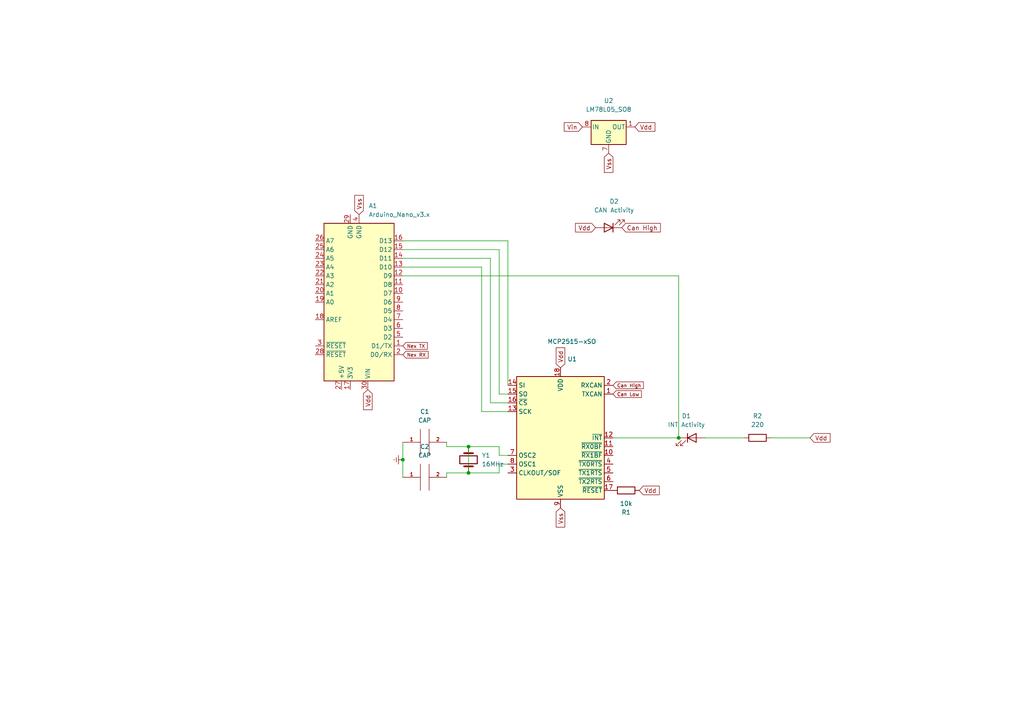
<source format=kicad_sch>
(kicad_sch (version 20211123) (generator eeschema)
  (paper "A4")
  (lib_symbols
    (symbol "Device:Crystal" (pin_numbers hide) (pin_names (offset 1.016) hide)
      (property "Reference" "Y" (at 0 3.81 0))
      (property "Value" "Crystal" (at 0 -3.81 0))
      (symbol "Crystal_0_1"
        (rectangle (start -1.143 2.54) (end 1.143 -2.54) (stroke (width 0.3048)))
        (polyline (pts (xy -2.54 0) (xy -1.905 0)))
        (polyline (pts (xy -1.905 -1.27) (xy -1.905 1.27)) (stroke (width 0.508)))
        (polyline (pts (xy 1.905 -1.27) (xy 1.905 1.27)) (stroke (width 0.508)))
        (polyline (pts (xy 2.54 0) (xy 1.905 0)))
      )
      (symbol "Crystal_1_1"
        (pin passive line (at -3.81 0 0) (length 1.27) (name "1") (number "1"))
        (pin passive line (at 3.81 0 180) (length 1.27) (name "2") (number "2"))
      )
    )
    (symbol "Device:LED" (pin_numbers hide) (pin_names (offset 1.016) hide)
      (property "Reference" "D" (at 0 2.54 0))
      (property "Value" "LED" (at 0 -2.54 0))
      (symbol "LED_0_1"
        (polyline (pts (xy -1.27 -1.27) (xy -1.27 1.27)) (stroke (width 0.254)))
        (polyline (pts (xy -1.27 0) (xy 1.27 0)))
        (polyline (pts (xy 1.27 -1.27) (xy 1.27 1.27) (xy -1.27 0) (xy 1.27 -1.27)) (stroke (width 0.254)))
        (polyline (pts (xy -3.048 -0.762) (xy -4.572 -2.286) (xy -3.81 -2.286) (xy -4.572 -2.286) (xy -4.572 -1.524)))
        (polyline (pts (xy -1.778 -0.762) (xy -3.302 -2.286) (xy -2.54 -2.286) (xy -3.302 -2.286) (xy -3.302 -1.524)))
      )
      (symbol "LED_1_1"
        (pin passive line (at -3.81 0 0) (length 2.54) (name "K") (number "1"))
        (pin passive line (at 3.81 0 180) (length 2.54) (name "A") (number "2"))
      )
    )
    (symbol "Device:R" (pin_numbers hide) (pin_names (offset 0))
      (property "Reference" "R" (at 2.032 0 90))
      (property "Value" "R" (at 0 0 90))
      (symbol "R_0_1"
        (rectangle (start -1.016 -2.54) (end 1.016 2.54) (stroke (width 0.254)))
      )
      (symbol "R_1_1"
        (pin passive line (at 0 3.81 270) (length 1.27) (name "~") (number "1"))
        (pin passive line (at 0 -3.81 90) (length 1.27) (name "~") (number "2"))
      )
    )
    (symbol "Interface_CAN_LIN:MCP2515-xSO"
      (property "Reference" "U" (at -10.16 19.685 0))
      (property "Value" "MCP2515-xSO" (at 19.05 20.32 0))
      (symbol "MCP2515-xSO_0_1"
        (rectangle (start -12.7 17.78) (end 12.7 -17.78) (stroke (width 0.254)) (fill (type background)))
      )
      (symbol "MCP2515-xSO_1_1"
        (pin output line (at 15.24 12.7 180) (length 2.54) (name "TXCAN") (number "1"))
        (pin output line (at 15.24 -5.08 180) (length 2.54) (name "~{RX1BF}") (number "10"))
        (pin output line (at 15.24 -2.54 180) (length 2.54) (name "~{RX0BF}") (number "11"))
        (pin output line (at 15.24 0 180) (length 2.54) (name "~{INT}") (number "12"))
        (pin input line (at -15.24 7.62 0) (length 2.54) (name "SCK") (number "13"))
        (pin input line (at -15.24 15.24 0) (length 2.54) (name "SI") (number "14"))
        (pin output line (at -15.24 12.7 0) (length 2.54) (name "SO") (number "15"))
        (pin input line (at -15.24 10.16 0) (length 2.54) (name "~{CS}") (number "16"))
        (pin input line (at 15.24 -15.24 180) (length 2.54) (name "~{RESET}") (number "17"))
        (pin power_in line (at 0 20.32 270) (length 2.54) (name "VDD") (number "18"))
        (pin input line (at 15.24 15.24 180) (length 2.54) (name "RXCAN") (number "2"))
        (pin output line (at -15.24 -10.16 0) (length 2.54) (name "CLKOUT/SOF") (number "3"))
        (pin input line (at 15.24 -7.62 180) (length 2.54) (name "~{TX0RTS}") (number "4"))
        (pin input line (at 15.24 -10.16 180) (length 2.54) (name "~{TX1RTS}") (number "5"))
        (pin input line (at 15.24 -12.7 180) (length 2.54) (name "~{TX2RTS}") (number "6"))
        (pin output line (at -15.24 -5.08 0) (length 2.54) (name "OSC2") (number "7"))
        (pin input line (at -15.24 -7.62 0) (length 2.54) (name "OSC1") (number "8"))
        (pin power_in line (at 0 -20.32 90) (length 2.54) (name "VSS") (number "9"))
      )
    )
    (symbol "MCU_Module:Arduino_Nano_v3.x"
      (property "Reference" "A" (at -10.16 23.495 0))
      (property "Value" "Arduino_Nano_v3.x" (at 5.08 -24.13 0))
      (symbol "Arduino_Nano_v3.x_0_1"
        (rectangle (start -10.16 22.86) (end 10.16 -22.86) (stroke (width 0.254)) (fill (type background)))
      )
      (symbol "Arduino_Nano_v3.x_1_1"
        (pin bidirectional line (at -12.7 12.7 0) (length 2.54) (name "D1/TX") (number "1"))
        (pin bidirectional line (at -12.7 -2.54 0) (length 2.54) (name "D7") (number "10"))
        (pin bidirectional line (at -12.7 -5.08 0) (length 2.54) (name "D8") (number "11"))
        (pin bidirectional line (at -12.7 -7.62 0) (length 2.54) (name "D9") (number "12"))
        (pin bidirectional line (at -12.7 -10.16 0) (length 2.54) (name "D10") (number "13"))
        (pin bidirectional line (at -12.7 -12.7 0) (length 2.54) (name "D11") (number "14"))
        (pin bidirectional line (at -12.7 -15.24 0) (length 2.54) (name "D12") (number "15"))
        (pin bidirectional line (at -12.7 -17.78 0) (length 2.54) (name "D13") (number "16"))
        (pin power_out line (at 2.54 25.4 270) (length 2.54) (name "3V3") (number "17"))
        (pin input line (at 12.7 5.08 180) (length 2.54) (name "AREF") (number "18"))
        (pin bidirectional line (at 12.7 0 180) (length 2.54) (name "A0") (number "19"))
        (pin bidirectional line (at -12.7 15.24 0) (length 2.54) (name "D0/RX") (number "2"))
        (pin bidirectional line (at 12.7 -2.54 180) (length 2.54) (name "A1") (number "20"))
        (pin bidirectional line (at 12.7 -5.08 180) (length 2.54) (name "A2") (number "21"))
        (pin bidirectional line (at 12.7 -7.62 180) (length 2.54) (name "A3") (number "22"))
        (pin bidirectional line (at 12.7 -10.16 180) (length 2.54) (name "A4") (number "23"))
        (pin bidirectional line (at 12.7 -12.7 180) (length 2.54) (name "A5") (number "24"))
        (pin bidirectional line (at 12.7 -15.24 180) (length 2.54) (name "A6") (number "25"))
        (pin bidirectional line (at 12.7 -17.78 180) (length 2.54) (name "A7") (number "26"))
        (pin power_out line (at 5.08 25.4 270) (length 2.54) (name "+5V") (number "27"))
        (pin input line (at 12.7 15.24 180) (length 2.54) (name "~{RESET}") (number "28"))
        (pin power_in line (at 2.54 -25.4 90) (length 2.54) (name "GND") (number "29"))
        (pin input line (at 12.7 12.7 180) (length 2.54) (name "~{RESET}") (number "3"))
        (pin power_in line (at -2.54 25.4 270) (length 2.54) (name "VIN") (number "30"))
        (pin power_in line (at 0 -25.4 90) (length 2.54) (name "GND") (number "4"))
        (pin bidirectional line (at -12.7 10.16 0) (length 2.54) (name "D2") (number "5"))
        (pin bidirectional line (at -12.7 7.62 0) (length 2.54) (name "D3") (number "6"))
        (pin bidirectional line (at -12.7 5.08 0) (length 2.54) (name "D4") (number "7"))
        (pin bidirectional line (at -12.7 2.54 0) (length 2.54) (name "D5") (number "8"))
        (pin bidirectional line (at -12.7 0 0) (length 2.54) (name "D6") (number "9"))
      )
    )
    (symbol "Regulator_Linear:LM78L05_SO8" (pin_names (offset 0.254))
      (property "Reference" "U" (at -3.81 3.175 0))
      (property "Value" "LM78L05_SO8" (at 0 3.175 0))
      (symbol "LM78L05_SO8_0_1"
        (rectangle (start -5.08 1.905) (end 5.08 -5.08) (stroke (width 0.254)) (fill (type background)))
      )
      (symbol "LM78L05_SO8_1_1"
        (pin power_out line (at 7.62 0 180) (length 2.54) (name "OUT") (number "1"))
        (pin passive line (at 0 -7.62 90) (length 2.54) hide (name "GND") (number "2"))
        (pin passive line (at 0 -7.62 90) (length 2.54) hide (name "GND") (number "3"))
        (pin no_connect line (at -5.08 -2.54 0) (length 2.54) hide (name "NC") (number "4"))
        (pin no_connect line (at 5.08 -2.54 180) (length 2.54) hide (name "NC") (number "5"))
        (pin passive line (at 0 -7.62 90) (length 2.54) hide (name "GND") (number "6"))
        (pin power_in line (at 0 -7.62 90) (length 2.54) (name "GND") (number "7"))
        (pin power_in line (at -7.62 0 0) (length 2.54) (name "IN") (number "8"))
      )
    )
    (symbol "power:Earth" (power) (pin_names (offset 0))
      (symbol "Earth_0_1"
        (polyline (pts (xy -0.635 -1.905) (xy 0.635 -1.905)))
        (polyline (pts (xy -0.127 -2.54) (xy 0.127 -2.54)))
        (polyline (pts (xy 0 -1.27) (xy 0 0)))
        (polyline (pts (xy 1.27 -1.27) (xy -1.27 -1.27)))
      )
      (symbol "Earth_1_1"
        (pin power_in line (at 0 0 270) (length 0) hide (name "Earth") (number "1"))
      )
    )
    (symbol "pspice:CAP" (pin_names (offset 0.254))
      (property "Reference" "C" (at 2.54 3.81 90))
      (property "Value" "CAP" (at 2.54 -3.81 90))
      (symbol "CAP_0_1"
        (polyline (pts (xy -3.81 -1.27) (xy 3.81 -1.27)))
        (polyline (pts (xy -3.81 1.27) (xy 3.81 1.27)))
      )
      (symbol "CAP_1_1"
        (pin passive line (at 0 6.35 270) (length 5.08) (name "~") (number "1"))
        (pin passive line (at 0 -6.35 90) (length 5.08) (name "~") (number "2"))
      )
    )
  )
  (junction (at 135.89 129.54))
  (junction (at 135.89 137.16))
  (junction (at 116.84 133.35))
  (junction (at 196.85 127))
  (wire (pts (xy 144.78 137.16) (xy 135.89 137.16)))
  (wire (pts (xy 139.7 119.38) (xy 139.7 77.47)))
  (wire (pts (xy 142.24 116.84) (xy 142.24 74.93)))
  (wire (pts (xy 147.32 116.84) (xy 142.24 116.84)))
  (wire (pts (xy 147.32 134.62) (xy 144.78 134.62)))
  (wire (pts (xy 116.84 72.39) (xy 144.78 72.39)))
  (wire (pts (xy 147.32 119.38) (xy 139.7 119.38)))
  (wire (pts (xy 144.78 72.39) (xy 144.78 114.3)))
  (wire (pts (xy 144.78 132.08) (xy 144.78 129.54)))
  (wire (pts (xy 234.95 127) (xy 223.52 127)))
  (wire (pts (xy 147.32 69.85) (xy 116.84 69.85)))
  (wire (pts (xy 116.84 74.93) (xy 142.24 74.93)))
  (wire (pts (xy 177.8 127) (xy 196.85 127)))
  (wire (pts (xy 129.54 137.16) (xy 129.54 138.43)))
  (wire (pts (xy 116.84 77.47) (xy 139.7 77.47)))
  (wire (pts (xy 196.85 80.01) (xy 116.84 80.01)))
  (wire (pts (xy 144.78 129.54) (xy 135.89 129.54)))
  (wire (pts (xy 147.32 132.08) (xy 144.78 132.08)))
  (wire (pts (xy 129.54 129.54) (xy 129.54 128.27)))
  (wire (pts (xy 135.89 129.54) (xy 129.54 129.54)))
  (wire (pts (xy 147.32 111.76) (xy 147.32 69.85)))
  (wire (pts (xy 116.84 133.35) (xy 116.84 138.43)))
  (wire (pts (xy 196.85 127) (xy 196.85 80.01)))
  (wire (pts (xy 215.9 127) (xy 204.47 127)))
  (wire (pts (xy 144.78 134.62) (xy 144.78 137.16)))
  (wire (pts (xy 135.89 137.16) (xy 129.54 137.16)))
  (wire (pts (xy 135.89 129.54) (xy 135.89 137.16)))
  (wire (pts (xy 147.32 114.3) (xy 144.78 114.3)))
  (wire (pts (xy 116.84 128.27) (xy 116.84 133.35)))
  (global_label "Vdd" (shape input) (at 172.72 66.04 180) (property "Intersheet References" "${INTERSHEET_REFS}" (effects hide)))
  (global_label "Vdd" (shape input) (at 185.42 142.24 0) (property "Intersheet References" "${INTERSHEET_REFS}" (effects hide)))
  (global_label "Can High" (shape input) (at 180.34 66.04 0) (property "Intersheet References" "${INTERSHEET_REFS}" (effects hide)))
  (global_label "Vss" (shape input) (at 176.53 44.45 270) (property "Intersheet References" "${INTERSHEET_REFS}" (effects hide)))
  (global_label "Can Low" (shape input) (at 177.8 114.3 0) (effects (font (size 1 1))) (property "Intersheet References" "${INTERSHEET_REFS}" (effects hide)))
  (global_label "Vdd" (shape input) (at 184.15 36.83 0) (property "Intersheet References" "${INTERSHEET_REFS}" (effects hide)))
  (global_label "Vdd" (shape input) (at 234.95 127 0) (property "Intersheet References" "${INTERSHEET_REFS}" (effects hide)))
  (global_label "Can High" (shape input) (at 177.8 111.76 0) (effects (font (size 1 1))) (property "Intersheet References" "${INTERSHEET_REFS}" (effects hide)))
  (global_label "Vss" (shape input) (at 104.14 62.23 90) (property "Intersheet References" "${INTERSHEET_REFS}" (effects hide)))
  (global_label "Nex RX" (shape input) (at 116.84 102.87 0) (effects (font (size 1 1))) (property "Intersheet References" "${INTERSHEET_REFS}" (effects hide)))
  (global_label "Vdd" (shape input) (at 162.56 106.68 90) (property "Intersheet References" "${INTERSHEET_REFS}" (effects hide)))
  (global_label "Vin" (shape input) (at 168.91 36.83 180) (property "Intersheet References" "${INTERSHEET_REFS}" (effects hide)))
  (global_label "Vss" (shape input) (at 162.56 147.32 270) (property "Intersheet References" "${INTERSHEET_REFS}" (effects hide)))
  (global_label "Vdd" (shape input) (at 106.68 113.03 270) (property "Intersheet References" "${INTERSHEET_REFS}" (effects hide)))
  (global_label "Nex TX" (shape input) (at 116.84 100.33 0) (effects (font (size 1 1))) (property "Intersheet References" "${INTERSHEET_REFS}" (effects hide)))
  (symbol (lib_id "Interface_CAN_LIN:MCP2515-xSO") (at 162.56 127 0) (unit 1)
    (property "Reference" "U1" (at 164.5794 104.14 0) (effects (justify left)))
    (property "Value" "MCP2515-xSO" (at 158.75 99.06 0) (effects (justify left)))
    (property "Footprint" "Package_SO:SOIC-18W_7.5x11.6mm_P1.27mm" (effects hide))
    (property "Datasheet" "http://ww1.microchip.com/downloads/en/DeviceDoc/21801e.pdf" (effects hide))
  )
  (symbol (lib_id "Device:LED") (at 200.66 127 0) (unit 1)
    (property "Reference" "D1" (at 199.0725 120.65 0))
    (property "Value" "INT Activity" (at 199.0725 123.19 0))
    (property "Footprint" "LED_THT:LED_D3.0mm" (effects hide))
  )
  (symbol (lib_id "Regulator_Linear:LM78L05_SO8") (at 176.53 36.83 0) (unit 1)
    (property "Reference" "U2" (at 176.53 29.21 0))
    (property "Value" "LM78L05_SO8" (at 176.53 31.75 0))
    (property "Footprint" "Package_SO:SOIC-8_3.9x4.9mm_P1.27mm" (effects hide))
    (property "Datasheet" "https://www.onsemi.com/pub/Collateral/MC78L06A-D.pdf" (effects hide))
  )
  (symbol (lib_id "pspice:CAP") (at 123.19 128.27 90) (unit 1)
    (property "Reference" "C1" (at 123.19 119.38 90))
    (property "Value" "CAP" (at 123.19 121.92 90))
    (property "Footprint" "Capacitor_THT:C_Disc_D5.1mm_W3.2mm_P5.00mm" (effects hide))
  )
  (symbol (lib_id "Device:Crystal") (at 135.89 133.35 270) (unit 1)
    (property "Reference" "Y1" (at 139.7 132.0799 90) (effects (justify left)))
    (property "Value" "16MHz" (at 139.7 134.6199 90) (effects (justify left)))
    (property "Footprint" "Oscillator:9B-16M" (effects hide))
  )
  (symbol (lib_id "Device:R") (at 181.61 142.24 90) (unit 1)
    (property "Reference" "R1" (at 181.61 148.59 90))
    (property "Value" "10k" (at 181.61 146.05 90))
    (property "Footprint" "Resistor_THT:R_Axial_DIN0207_L6.3mm_D2.5mm_P10.16mm_Horizontal" (effects hide))
  )
  (symbol (lib_id "MCU_Module:Arduino_Nano_v3.x") (at 104.14 87.63 180) (unit 1)
    (property "Reference" "A1" (at 106.9087 59.69 0) (effects (justify right)))
    (property "Value" "Arduino_Nano_v3.x" (at 106.9087 62.23 0) (effects (justify right)))
    (property "Footprint" "Module:Arduino_Nano" (effects hide))
    (property "Datasheet" "http://www.mouser.com/pdfdocs/Gravitech_Arduino_Nano3_0.pdf" (effects hide))
  )
  (symbol (lib_id "pspice:CAP") (at 123.19 138.43 90) (unit 1)
    (property "Reference" "C2" (at 123.19 129.54 90))
    (property "Value" "CAP" (at 123.19 132.08 90))
    (property "Footprint" "Capacitor_THT:C_Disc_D5.1mm_W3.2mm_P5.00mm" (effects hide))
  )
  (symbol (lib_id "Device:LED") (at 176.53 66.04 180) (unit 1)
    (property "Reference" "D2" (at 178.1175 58.42 0))
    (property "Value" "CAN Activity" (at 178.1175 60.96 0))
    (property "Footprint" "LED_THT:LED_D3.0mm" (effects hide))
  )
  (symbol (lib_id "Device:R") (at 219.71 127 90) (unit 1)
    (property "Reference" "R2" (at 219.71 120.65 90))
    (property "Value" "220" (at 219.71 123.19 90))
    (property "Footprint" "Resistor_THT:R_Axial_DIN0207_L6.3mm_D2.5mm_P10.16mm_Horizontal" (effects hide))
  )
  (symbol (lib_id "power:Earth") (at 116.84 133.35 270) (unit 1)
    (property "Reference" "#PWR0101" (effects hide))
    (property "Value" "Earth" (effects hide))
  )
)
</source>
